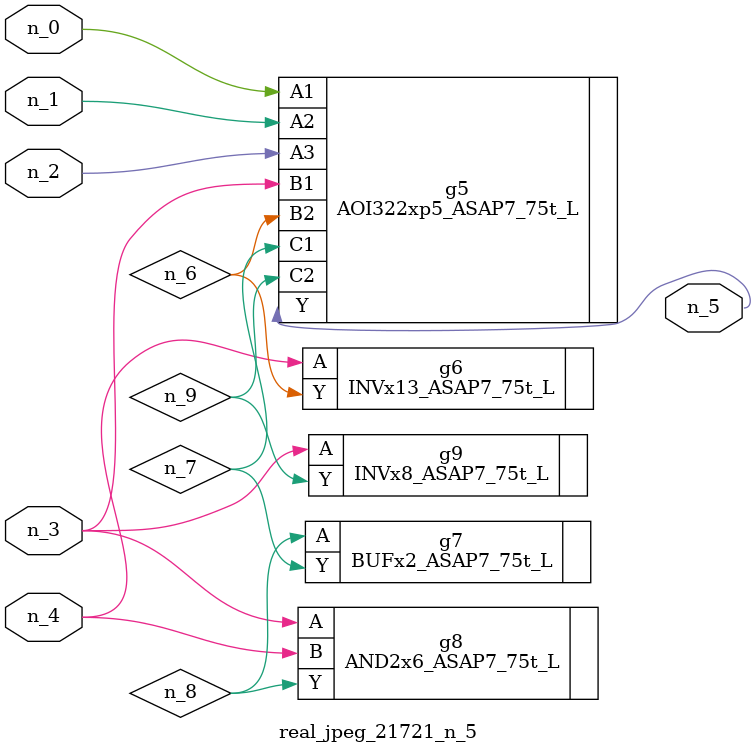
<source format=v>
module real_jpeg_21721_n_5 (n_4, n_0, n_1, n_2, n_3, n_5);

input n_4;
input n_0;
input n_1;
input n_2;
input n_3;

output n_5;

wire n_8;
wire n_6;
wire n_7;
wire n_9;

AOI322xp5_ASAP7_75t_L g5 ( 
.A1(n_0),
.A2(n_1),
.A3(n_2),
.B1(n_3),
.B2(n_6),
.C1(n_7),
.C2(n_9),
.Y(n_5)
);

AND2x6_ASAP7_75t_L g8 ( 
.A(n_3),
.B(n_4),
.Y(n_8)
);

INVx8_ASAP7_75t_L g9 ( 
.A(n_3),
.Y(n_9)
);

INVx13_ASAP7_75t_L g6 ( 
.A(n_4),
.Y(n_6)
);

BUFx2_ASAP7_75t_L g7 ( 
.A(n_8),
.Y(n_7)
);


endmodule
</source>
